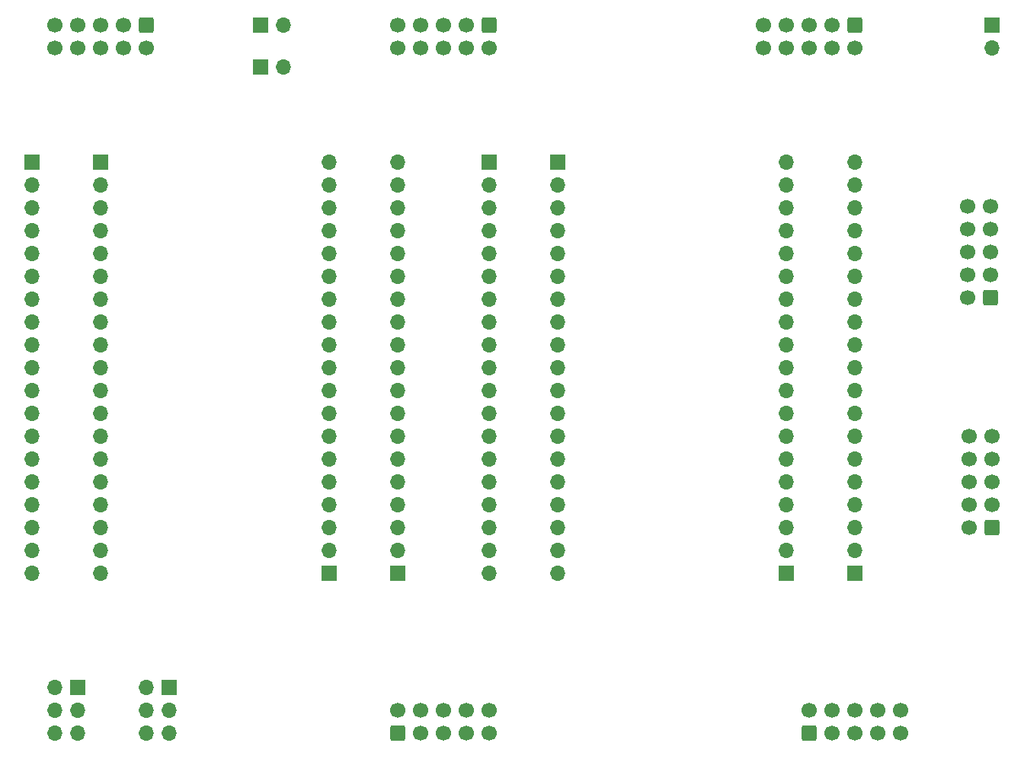
<source format=gbr>
%TF.GenerationSoftware,KiCad,Pcbnew,7.0.1*%
%TF.CreationDate,2023-05-05T18:30:55-04:00*%
%TF.ProjectId,PCB_BioGenius,5043425f-4269-46f4-9765-6e6975732e6b,rev?*%
%TF.SameCoordinates,Original*%
%TF.FileFunction,Soldermask,Top*%
%TF.FilePolarity,Negative*%
%FSLAX46Y46*%
G04 Gerber Fmt 4.6, Leading zero omitted, Abs format (unit mm)*
G04 Created by KiCad (PCBNEW 7.0.1) date 2023-05-05 18:30:55*
%MOMM*%
%LPD*%
G01*
G04 APERTURE LIST*
G04 Aperture macros list*
%AMRoundRect*
0 Rectangle with rounded corners*
0 $1 Rounding radius*
0 $2 $3 $4 $5 $6 $7 $8 $9 X,Y pos of 4 corners*
0 Add a 4 corners polygon primitive as box body*
4,1,4,$2,$3,$4,$5,$6,$7,$8,$9,$2,$3,0*
0 Add four circle primitives for the rounded corners*
1,1,$1+$1,$2,$3*
1,1,$1+$1,$4,$5*
1,1,$1+$1,$6,$7*
1,1,$1+$1,$8,$9*
0 Add four rect primitives between the rounded corners*
20,1,$1+$1,$2,$3,$4,$5,0*
20,1,$1+$1,$4,$5,$6,$7,0*
20,1,$1+$1,$6,$7,$8,$9,0*
20,1,$1+$1,$8,$9,$2,$3,0*%
G04 Aperture macros list end*
%ADD10RoundRect,0.250000X-0.600000X0.600000X-0.600000X-0.600000X0.600000X-0.600000X0.600000X0.600000X0*%
%ADD11C,1.700000*%
%ADD12RoundRect,0.250000X0.600000X0.600000X-0.600000X0.600000X-0.600000X-0.600000X0.600000X-0.600000X0*%
%ADD13R,1.700000X1.700000*%
%ADD14O,1.700000X1.700000*%
%ADD15RoundRect,0.250000X0.600000X-0.600000X0.600000X0.600000X-0.600000X0.600000X-0.600000X-0.600000X0*%
G04 APERTURE END LIST*
D10*
%TO.C,J4*%
X139700000Y-86360000D03*
D11*
X139700000Y-88900000D03*
X137160000Y-86360000D03*
X137160000Y-88900000D03*
X134620000Y-86360000D03*
X134620000Y-88900000D03*
X132080000Y-86360000D03*
X132080000Y-88900000D03*
X129540000Y-86360000D03*
X129540000Y-88900000D03*
%TD*%
D12*
%TO.C,J6*%
X195378235Y-116668627D03*
D11*
X192838235Y-116668627D03*
X195378235Y-114128627D03*
X192838235Y-114128627D03*
X195378235Y-111588627D03*
X192838235Y-111588627D03*
X195378235Y-109048627D03*
X192838235Y-109048627D03*
X195378235Y-106508627D03*
X192838235Y-106508627D03*
%TD*%
D12*
%TO.C,J11*%
X195580000Y-142240000D03*
D11*
X193040000Y-142240000D03*
X195580000Y-139700000D03*
X193040000Y-139700000D03*
X195580000Y-137160000D03*
X193040000Y-137160000D03*
X195580000Y-134620000D03*
X193040000Y-134620000D03*
X195580000Y-132080000D03*
X193040000Y-132080000D03*
%TD*%
D13*
%TO.C,J17*%
X139700000Y-101600000D03*
D14*
X139700000Y-104140000D03*
X139700000Y-106680000D03*
X139700000Y-109220000D03*
X139700000Y-111760000D03*
X139700000Y-114300000D03*
X139700000Y-116840000D03*
X139700000Y-119380000D03*
X139700000Y-121920000D03*
X139700000Y-124460000D03*
X139700000Y-127000000D03*
X139700000Y-129540000D03*
X139700000Y-132080000D03*
X139700000Y-134620000D03*
X139700000Y-137160000D03*
X139700000Y-139700000D03*
X139700000Y-142240000D03*
X139700000Y-144780000D03*
X139700000Y-147320000D03*
%TD*%
D15*
%TO.C,J2*%
X175260000Y-165100000D03*
D11*
X175260000Y-162560000D03*
X177800000Y-165100000D03*
X177800000Y-162560000D03*
X180340000Y-165100000D03*
X180340000Y-162560000D03*
X182880000Y-165100000D03*
X182880000Y-162560000D03*
X185420000Y-165100000D03*
X185420000Y-162560000D03*
%TD*%
D13*
%TO.C,J19*%
X180340000Y-147320000D03*
D14*
X180340000Y-144780000D03*
X180340000Y-142240000D03*
X180340000Y-139700000D03*
X180340000Y-137160000D03*
X180340000Y-134620000D03*
X180340000Y-132080000D03*
X180340000Y-129540000D03*
X180340000Y-127000000D03*
X180340000Y-124460000D03*
X180340000Y-121920000D03*
X180340000Y-119380000D03*
X180340000Y-116840000D03*
X180340000Y-114300000D03*
X180340000Y-111760000D03*
X180340000Y-109220000D03*
X180340000Y-106680000D03*
X180340000Y-104140000D03*
X180340000Y-101600000D03*
%TD*%
D13*
%TO.C,J12*%
X195580000Y-86360000D03*
D14*
X195580000Y-88900000D03*
%TD*%
D10*
%TO.C,J5*%
X101600000Y-86360000D03*
D11*
X101600000Y-88900000D03*
X99060000Y-86360000D03*
X99060000Y-88900000D03*
X96520000Y-86360000D03*
X96520000Y-88900000D03*
X93980000Y-86360000D03*
X93980000Y-88900000D03*
X91440000Y-86360000D03*
X91440000Y-88900000D03*
%TD*%
D15*
%TO.C,J1*%
X129540000Y-165100000D03*
D11*
X129540000Y-162560000D03*
X132080000Y-165100000D03*
X132080000Y-162560000D03*
X134620000Y-165100000D03*
X134620000Y-162560000D03*
X137160000Y-165100000D03*
X137160000Y-162560000D03*
X139700000Y-165100000D03*
X139700000Y-162560000D03*
%TD*%
D13*
%TO.C,J15*%
X114300000Y-86360000D03*
D14*
X116840000Y-86360000D03*
%TD*%
D13*
%TO.C,J9*%
X96520000Y-101600000D03*
D14*
X96520000Y-104140000D03*
X96520000Y-106680000D03*
X96520000Y-109220000D03*
X96520000Y-111760000D03*
X96520000Y-114300000D03*
X96520000Y-116840000D03*
X96520000Y-119380000D03*
X96520000Y-121920000D03*
X96520000Y-124460000D03*
X96520000Y-127000000D03*
X96520000Y-129540000D03*
X96520000Y-132080000D03*
X96520000Y-134620000D03*
X96520000Y-137160000D03*
X96520000Y-139700000D03*
X96520000Y-142240000D03*
X96520000Y-144780000D03*
X96520000Y-147320000D03*
%TD*%
D13*
%TO.C,J12*%
X114300000Y-91010000D03*
D14*
X116840000Y-91010000D03*
%TD*%
D10*
%TO.C,J3*%
X180340000Y-86360000D03*
D11*
X180340000Y-88900000D03*
X177800000Y-86360000D03*
X177800000Y-88900000D03*
X175260000Y-86360000D03*
X175260000Y-88900000D03*
X172720000Y-86360000D03*
X172720000Y-88900000D03*
X170180000Y-86360000D03*
X170180000Y-88900000D03*
%TD*%
D13*
%TO.C,J7*%
X88900000Y-101600000D03*
D14*
X88900000Y-104140000D03*
X88900000Y-106680000D03*
X88900000Y-109220000D03*
X88900000Y-111760000D03*
X88900000Y-114300000D03*
X88900000Y-116840000D03*
X88900000Y-119380000D03*
X88900000Y-121920000D03*
X88900000Y-124460000D03*
X88900000Y-127000000D03*
X88900000Y-129540000D03*
X88900000Y-132080000D03*
X88900000Y-134620000D03*
X88900000Y-137160000D03*
X88900000Y-139700000D03*
X88900000Y-142240000D03*
X88900000Y-144780000D03*
X88900000Y-147320000D03*
%TD*%
D13*
%TO.C,J8*%
X129540000Y-147320000D03*
D14*
X129540000Y-144780000D03*
X129540000Y-142240000D03*
X129540000Y-139700000D03*
X129540000Y-137160000D03*
X129540000Y-134620000D03*
X129540000Y-132080000D03*
X129540000Y-129540000D03*
X129540000Y-127000000D03*
X129540000Y-124460000D03*
X129540000Y-121920000D03*
X129540000Y-119380000D03*
X129540000Y-116840000D03*
X129540000Y-114300000D03*
X129540000Y-111760000D03*
X129540000Y-109220000D03*
X129540000Y-106680000D03*
X129540000Y-104140000D03*
X129540000Y-101600000D03*
%TD*%
D13*
%TO.C,J20*%
X172720000Y-147320000D03*
D14*
X172720000Y-144780000D03*
X172720000Y-142240000D03*
X172720000Y-139700000D03*
X172720000Y-137160000D03*
X172720000Y-134620000D03*
X172720000Y-132080000D03*
X172720000Y-129540000D03*
X172720000Y-127000000D03*
X172720000Y-124460000D03*
X172720000Y-121920000D03*
X172720000Y-119380000D03*
X172720000Y-116840000D03*
X172720000Y-114300000D03*
X172720000Y-111760000D03*
X172720000Y-109220000D03*
X172720000Y-106680000D03*
X172720000Y-104140000D03*
X172720000Y-101600000D03*
%TD*%
D13*
%TO.C,J14*%
X104140000Y-160020000D03*
D14*
X101600000Y-160020000D03*
X104140000Y-162560000D03*
X101600000Y-162560000D03*
X104140000Y-165100000D03*
X101600000Y-165100000D03*
%TD*%
D13*
%TO.C,J18*%
X147320000Y-101600000D03*
D14*
X147320000Y-104140000D03*
X147320000Y-106680000D03*
X147320000Y-109220000D03*
X147320000Y-111760000D03*
X147320000Y-114300000D03*
X147320000Y-116840000D03*
X147320000Y-119380000D03*
X147320000Y-121920000D03*
X147320000Y-124460000D03*
X147320000Y-127000000D03*
X147320000Y-129540000D03*
X147320000Y-132080000D03*
X147320000Y-134620000D03*
X147320000Y-137160000D03*
X147320000Y-139700000D03*
X147320000Y-142240000D03*
X147320000Y-144780000D03*
X147320000Y-147320000D03*
%TD*%
D13*
%TO.C,J10*%
X121920000Y-147320000D03*
D14*
X121920000Y-144780000D03*
X121920000Y-142240000D03*
X121920000Y-139700000D03*
X121920000Y-137160000D03*
X121920000Y-134620000D03*
X121920000Y-132080000D03*
X121920000Y-129540000D03*
X121920000Y-127000000D03*
X121920000Y-124460000D03*
X121920000Y-121920000D03*
X121920000Y-119380000D03*
X121920000Y-116840000D03*
X121920000Y-114300000D03*
X121920000Y-111760000D03*
X121920000Y-109220000D03*
X121920000Y-106680000D03*
X121920000Y-104140000D03*
X121920000Y-101600000D03*
%TD*%
D13*
%TO.C,J13*%
X93980000Y-160020000D03*
D14*
X91440000Y-160020000D03*
X93980000Y-162560000D03*
X91440000Y-162560000D03*
X93980000Y-165100000D03*
X91440000Y-165100000D03*
%TD*%
M02*

</source>
